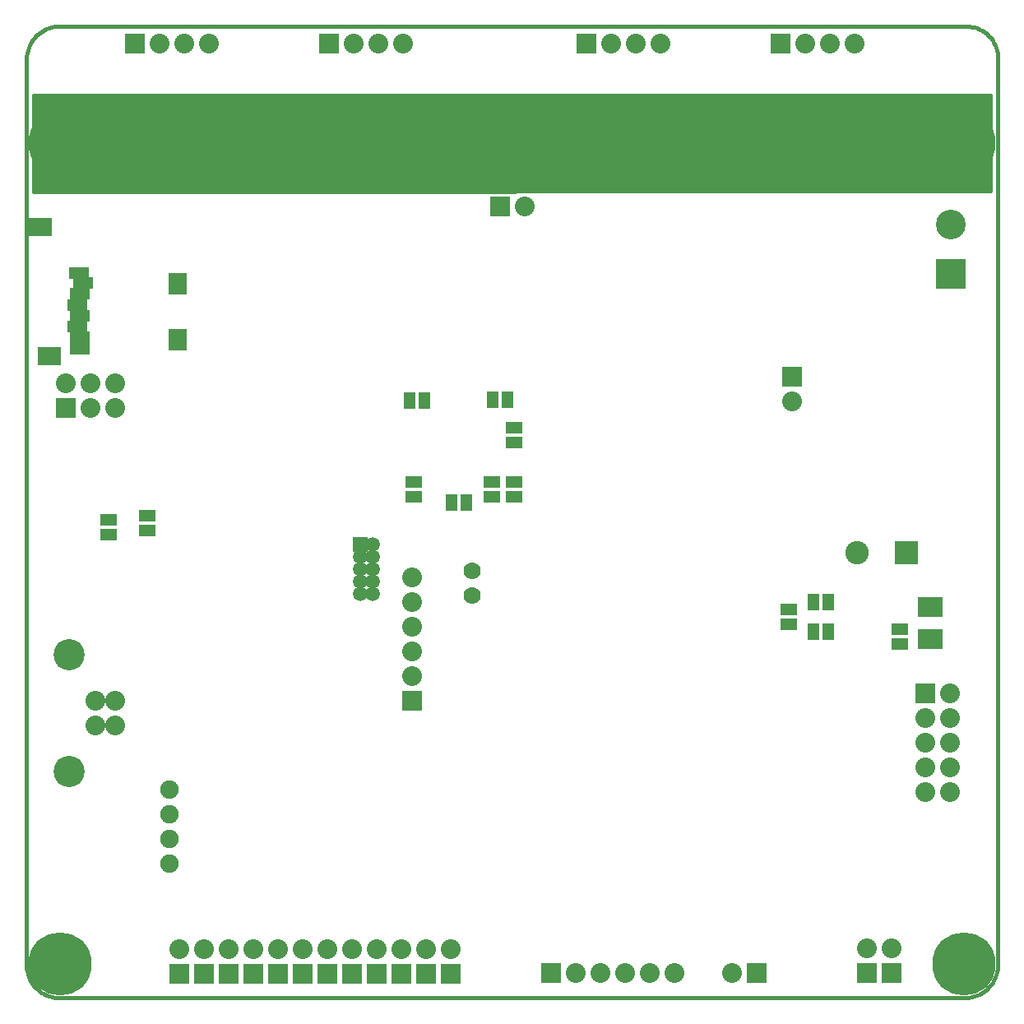
<source format=gbs>
G04 (created by PCBNEW-RS274X (2011-05-25)-stable) date 2011-12-18T13:02:58 CET*
G01*
G70*
G90*
%MOIN*%
G04 Gerber Fmt 3.4, Leading zero omitted, Abs format*
%FSLAX34Y34*%
G04 APERTURE LIST*
%ADD10C,0.006000*%
%ADD11C,0.015000*%
%ADD12C,0.080000*%
%ADD13C,0.126300*%
%ADD14R,0.100000X0.080000*%
%ADD15R,0.065000X0.045000*%
%ADD16R,0.045000X0.065000*%
%ADD17C,0.075000*%
%ADD18C,0.070000*%
%ADD19R,0.080000X0.080000*%
%ADD20R,0.095000X0.095000*%
%ADD21C,0.095000*%
%ADD22C,0.256200*%
%ADD23R,0.120000X0.120000*%
%ADD24C,0.120000*%
%ADD25R,0.059400X0.059400*%
%ADD26C,0.059400*%
%ADD27R,0.079100X0.051500*%
%ADD28R,0.075100X0.090900*%
%ADD29R,0.094800X0.075100*%
%ADD30C,0.098700*%
%ADD31C,0.010000*%
G04 APERTURE END LIST*
G54D10*
G54D11*
X39375Y-01325D02*
X39375Y-37975D01*
X01400Y00000D02*
X38100Y00000D01*
X00000Y-37925D02*
X00000Y-01325D01*
X38075Y-39375D02*
X01275Y-39375D01*
X01375Y-00001D02*
X01259Y-00004D01*
X01142Y-00017D01*
X01026Y-00040D01*
X00913Y-00073D01*
X00804Y-00116D01*
X00698Y-00169D01*
X00598Y-00230D01*
X00503Y-00300D01*
X00414Y-00378D01*
X00333Y-00463D01*
X00260Y-00555D01*
X00195Y-00653D01*
X00138Y-00757D01*
X00091Y-00865D01*
X00053Y-00976D01*
X00026Y-01091D01*
X00008Y-01207D01*
X00001Y-01325D01*
X00001Y-37950D02*
X-00001Y-38067D01*
X00008Y-38185D01*
X00027Y-38301D01*
X00056Y-38415D01*
X00095Y-38527D01*
X00144Y-38634D01*
X00201Y-38737D01*
X00268Y-38834D01*
X00343Y-38926D01*
X00425Y-39010D01*
X00514Y-39087D01*
X00610Y-39156D01*
X00712Y-39216D01*
X00818Y-39267D01*
X00928Y-39309D01*
X01042Y-39341D01*
X01158Y-39363D01*
X01275Y-39374D01*
X38074Y-39374D02*
X38191Y-39364D01*
X38307Y-39345D01*
X38421Y-39315D01*
X38532Y-39275D01*
X38639Y-39226D01*
X38742Y-39168D01*
X38839Y-39101D01*
X38930Y-39026D01*
X39013Y-38943D01*
X39090Y-38854D01*
X39158Y-38758D01*
X39218Y-38656D01*
X39268Y-38550D01*
X39309Y-38439D01*
X39340Y-38326D01*
X39362Y-38210D01*
X39373Y-38093D01*
X39374Y-37976D01*
X39374Y-01324D02*
X39371Y-01212D01*
X39359Y-01099D01*
X39336Y-00988D01*
X39304Y-00879D01*
X39263Y-00774D01*
X39213Y-00672D01*
X39154Y-00575D01*
X39086Y-00484D01*
X39011Y-00399D01*
X38929Y-00321D01*
X38840Y-00250D01*
X38746Y-00187D01*
X38646Y-00133D01*
X38542Y-00088D01*
X38435Y-00051D01*
X38325Y-00025D01*
X38213Y-00008D01*
X38099Y-00001D01*
G54D12*
X03600Y-28350D03*
X03600Y-27350D03*
X02813Y-27350D03*
X02813Y-28350D03*
G54D13*
X01750Y-30212D03*
X01750Y-25488D03*
G54D14*
X36650Y-23525D03*
X36650Y-24825D03*
G54D15*
X03350Y-20000D03*
X03350Y-20600D03*
X04900Y-19850D03*
X04900Y-20450D03*
X19775Y-16275D03*
X19775Y-16875D03*
X19775Y-19075D03*
X19775Y-18475D03*
G54D16*
X16125Y-15175D03*
X15525Y-15175D03*
G54D15*
X18875Y-19075D03*
X18875Y-18475D03*
G54D17*
X05800Y-31950D03*
X05800Y-30950D03*
X05800Y-33950D03*
X05800Y-32950D03*
G54D18*
X18075Y-23075D03*
X18075Y-22075D03*
G54D19*
X36450Y-27025D03*
G54D12*
X37450Y-27025D03*
X36450Y-28025D03*
X37450Y-28025D03*
X36450Y-29025D03*
X37450Y-29025D03*
X36450Y-30025D03*
X37450Y-30025D03*
X36450Y-31025D03*
X37450Y-31025D03*
G54D19*
X01600Y-15475D03*
G54D12*
X01600Y-14475D03*
X02600Y-15475D03*
X02600Y-14475D03*
X03600Y-15475D03*
X03600Y-14475D03*
G54D19*
X14200Y-38400D03*
G54D12*
X14200Y-37400D03*
G54D19*
X16200Y-38400D03*
G54D12*
X16200Y-37400D03*
G54D19*
X35075Y-38375D03*
G54D12*
X35075Y-37375D03*
G54D19*
X34075Y-38375D03*
G54D12*
X34075Y-37375D03*
G54D19*
X19200Y-07300D03*
G54D12*
X20200Y-07300D03*
G54D19*
X08200Y-38400D03*
G54D12*
X08200Y-37400D03*
G54D19*
X07200Y-38400D03*
G54D12*
X07200Y-37400D03*
G54D19*
X06200Y-38400D03*
G54D12*
X06200Y-37400D03*
G54D19*
X29587Y-38385D03*
G54D12*
X28587Y-38385D03*
G54D19*
X17200Y-38400D03*
G54D12*
X17200Y-37400D03*
G54D19*
X12200Y-38400D03*
G54D12*
X12200Y-37400D03*
G54D19*
X13200Y-38400D03*
G54D12*
X13200Y-37400D03*
G54D19*
X09200Y-38400D03*
G54D12*
X09200Y-37400D03*
G54D19*
X31050Y-14200D03*
G54D12*
X31050Y-15200D03*
G54D19*
X11200Y-38400D03*
G54D12*
X11200Y-37400D03*
G54D19*
X10200Y-38400D03*
G54D12*
X10200Y-37400D03*
G54D19*
X15200Y-38400D03*
G54D12*
X15200Y-37400D03*
G54D19*
X21272Y-38385D03*
G54D12*
X22272Y-38385D03*
X23272Y-38385D03*
X24272Y-38385D03*
X25272Y-38385D03*
X26272Y-38385D03*
G54D19*
X15625Y-27325D03*
G54D12*
X15625Y-26325D03*
X15625Y-25325D03*
X15625Y-24325D03*
X15625Y-23325D03*
X15625Y-22325D03*
G54D20*
X35675Y-21350D03*
G54D21*
X33675Y-21350D03*
G54D22*
X01378Y-04735D03*
X37992Y-37993D03*
X01378Y-37993D03*
X37992Y-04735D03*
X19685Y-04735D03*
G54D19*
X30581Y-00700D03*
G54D12*
X31581Y-00700D03*
X32581Y-00700D03*
X33581Y-00700D03*
G54D19*
X12273Y-00700D03*
G54D12*
X13273Y-00700D03*
X14273Y-00700D03*
X15273Y-00700D03*
G54D19*
X22707Y-00700D03*
G54D12*
X23707Y-00700D03*
X24707Y-00700D03*
X25707Y-00700D03*
G54D19*
X04400Y-00700D03*
G54D12*
X05400Y-00700D03*
X06400Y-00700D03*
X07400Y-00700D03*
G54D15*
X30900Y-23650D03*
X30900Y-24250D03*
X35400Y-24425D03*
X35400Y-25025D03*
G54D16*
X31900Y-23350D03*
X32500Y-23350D03*
X32500Y-24550D03*
X31900Y-24550D03*
G54D23*
X37475Y-10025D03*
G54D24*
X37475Y-08025D03*
G54D15*
X15700Y-18475D03*
X15700Y-19075D03*
G54D16*
X19500Y-15150D03*
X18900Y-15150D03*
X17250Y-19300D03*
X17850Y-19300D03*
G54D25*
X13550Y-21000D03*
G54D26*
X14050Y-21000D03*
X13550Y-21500D03*
X14050Y-21500D03*
X13550Y-22000D03*
X14050Y-22000D03*
X13550Y-22500D03*
X14050Y-22500D03*
X13550Y-23000D03*
X14050Y-23000D03*
G54D27*
X02150Y-09997D03*
X02308Y-10411D03*
X02170Y-10844D03*
X02072Y-11296D03*
X02178Y-11730D03*
X02072Y-12163D03*
X02178Y-12596D03*
X02178Y-13068D03*
G54D28*
X06127Y-10450D03*
X06127Y-12714D03*
G54D29*
X00581Y-08141D03*
X00952Y-13381D03*
G54D30*
X19700Y-06300D03*
G54D10*
G36*
X00275Y-06725D02*
X39100Y-06700D01*
X39100Y-02775D01*
X00275Y-02775D01*
X00275Y-06725D01*
X00275Y-06725D01*
G37*
G54D31*
X00275Y-06725D02*
X39100Y-06700D01*
X39100Y-02775D01*
X00275Y-02775D01*
X00275Y-06725D01*
M02*

</source>
